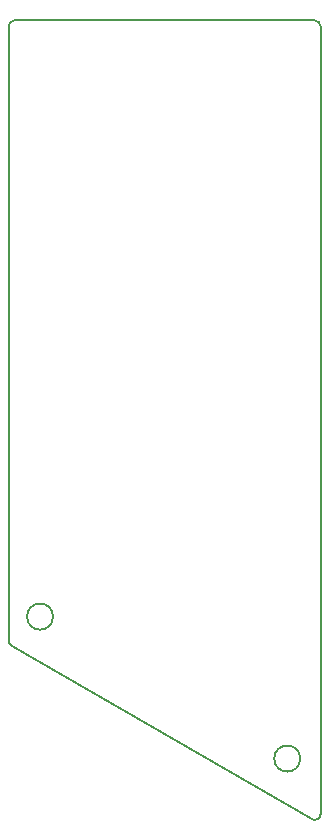
<source format=gm1>
G04 #@! TF.GenerationSoftware,KiCad,Pcbnew,8.0.8+1*
G04 #@! TF.CreationDate,2025-06-17T15:49:25+00:00*
G04 #@! TF.ProjectId,controller_overlay,636f6e74-726f-46c6-9c65-725f6f766572,0.2*
G04 #@! TF.SameCoordinates,Original*
G04 #@! TF.FileFunction,Profile,NP*
%FSLAX46Y46*%
G04 Gerber Fmt 4.6, Leading zero omitted, Abs format (unit mm)*
G04 Created by KiCad (PCBNEW 8.0.8+1) date 2025-06-17 15:49:25*
%MOMM*%
%LPD*%
G01*
G04 APERTURE LIST*
G04 #@! TA.AperFunction,Profile*
%ADD10C,0.150000*%
G04 #@! TD*
G04 APERTURE END LIST*
D10*
X205113000Y-91270278D02*
X205113000Y-39240000D01*
X205613000Y-38740000D02*
X231013000Y-38740000D01*
X231513000Y-39240000D02*
X231513000Y-105934975D01*
X230763000Y-106367987D02*
X205363000Y-91703290D01*
X205113000Y-39240000D02*
G75*
G02*
X205613000Y-38740000I500000J0D01*
G01*
X231013000Y-38740000D02*
G75*
G02*
X231513000Y-39240000I0J-500000D01*
G01*
X231513000Y-105934975D02*
G75*
G02*
X230763007Y-106367976I-500000J16D01*
G01*
X205363000Y-91703290D02*
G75*
G02*
X205113020Y-91270278I250000J432990D01*
G01*
X208862000Y-89226000D02*
G75*
G02*
X206662000Y-89226000I-1100000J0D01*
G01*
X206662000Y-89226000D02*
G75*
G02*
X208862000Y-89226000I1100000J0D01*
G01*
X229794000Y-101245000D02*
G75*
G02*
X227594000Y-101245000I-1100000J0D01*
G01*
X227594000Y-101245000D02*
G75*
G02*
X229794000Y-101245000I1100000J0D01*
G01*
M02*

</source>
